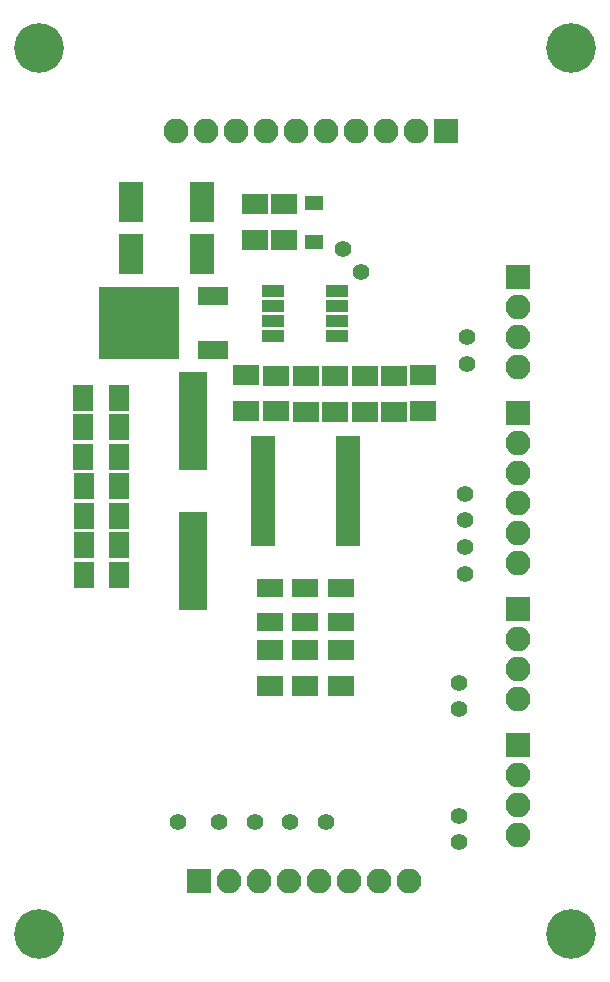
<source format=gbr>
G04 #@! TF.GenerationSoftware,KiCad,Pcbnew,(5.0.0)*
G04 #@! TF.CreationDate,2018-10-11T21:50:58+05:00*
G04 #@! TF.ProjectId,Dev Board,44657620426F6172642E6B696361645F,rev?*
G04 #@! TF.SameCoordinates,Original*
G04 #@! TF.FileFunction,Soldermask,Top*
G04 #@! TF.FilePolarity,Negative*
%FSLAX46Y46*%
G04 Gerber Fmt 4.6, Leading zero omitted, Abs format (unit mm)*
G04 Created by KiCad (PCBNEW (5.0.0)) date 10/11/18 21:50:58*
%MOMM*%
%LPD*%
G01*
G04 APERTURE LIST*
%ADD10C,4.200000*%
%ADD11R,1.795000X2.200000*%
%ADD12R,2.200000X1.795000*%
%ADD13R,2.000000X3.400000*%
%ADD14R,2.200000X1.620000*%
%ADD15R,2.100000X2.100000*%
%ADD16O,2.100000X2.100000*%
%ADD17C,1.400000*%
%ADD18R,1.950000X1.000000*%
%ADD19R,2.150000X0.850000*%
%ADD20R,2.600000X1.600000*%
%ADD21R,6.800000X6.200000*%
%ADD22R,2.400000X8.275000*%
%ADD23R,1.600000X1.300000*%
G04 APERTURE END LIST*
D10*
G04 #@! TO.C,*
X174500000Y-149900000D03*
G04 #@! TD*
G04 #@! TO.C,*
X174500000Y-74900000D03*
G04 #@! TD*
G04 #@! TO.C,*
X129500000Y-74900000D03*
G04 #@! TD*
G04 #@! TO.C,*
X129500000Y-149900000D03*
G04 #@! TD*
D11*
G04 #@! TO.C,C1*
X136285000Y-114500000D03*
X133250000Y-114500000D03*
G04 #@! TD*
D12*
G04 #@! TO.C,C2*
X149550000Y-105667500D03*
X149550000Y-102632500D03*
G04 #@! TD*
D11*
G04 #@! TO.C,C3*
X133250000Y-119500000D03*
X136285000Y-119500000D03*
G04 #@! TD*
G04 #@! TO.C,C4*
X136285000Y-117000000D03*
X133250000Y-117000000D03*
G04 #@! TD*
D12*
G04 #@! TO.C,C5*
X157050000Y-105685000D03*
X157050000Y-102650000D03*
G04 #@! TD*
G04 #@! TO.C,C6*
X159550000Y-105685000D03*
X159550000Y-102650000D03*
G04 #@! TD*
D11*
G04 #@! TO.C,C7*
X133232500Y-104500000D03*
X136267500Y-104500000D03*
G04 #@! TD*
G04 #@! TO.C,C8*
X133215000Y-107000000D03*
X136250000Y-107000000D03*
G04 #@! TD*
D12*
G04 #@! TO.C,C9*
X150250000Y-88150000D03*
X150250000Y-91185000D03*
G04 #@! TD*
D13*
G04 #@! TO.C,C10*
X137250000Y-87950000D03*
X137250000Y-92350000D03*
G04 #@! TD*
D12*
G04 #@! TO.C,C11*
X147750000Y-91167500D03*
X147750000Y-88132500D03*
G04 #@! TD*
D13*
G04 #@! TO.C,C12*
X143250000Y-92350000D03*
X143250000Y-87950000D03*
G04 #@! TD*
D14*
G04 #@! TO.C,D1*
X149000000Y-123510000D03*
X149000000Y-120650000D03*
G04 #@! TD*
G04 #@! TO.C,D2*
X152000000Y-120650000D03*
X152000000Y-123510000D03*
G04 #@! TD*
G04 #@! TO.C,D3*
X155000000Y-123510000D03*
X155000000Y-120650000D03*
G04 #@! TD*
D15*
G04 #@! TO.C,J1*
X143050000Y-145400000D03*
D16*
X145590000Y-145400000D03*
X148130000Y-145400000D03*
X150670000Y-145400000D03*
X153210000Y-145400000D03*
X155750000Y-145400000D03*
X158290000Y-145400000D03*
X160830000Y-145400000D03*
G04 #@! TD*
G04 #@! TO.C,J2*
X170000000Y-130020000D03*
X170000000Y-127480000D03*
X170000000Y-124940000D03*
D15*
X170000000Y-122400000D03*
G04 #@! TD*
G04 #@! TO.C,J3*
X170000000Y-133900000D03*
D16*
X170000000Y-136440000D03*
X170000000Y-138980000D03*
X170000000Y-141520000D03*
G04 #@! TD*
D15*
G04 #@! TO.C,J4*
X170000000Y-105820000D03*
D16*
X170000000Y-108360000D03*
X170000000Y-110900000D03*
X170000000Y-113440000D03*
X170000000Y-115980000D03*
X170000000Y-118520000D03*
G04 #@! TD*
D15*
G04 #@! TO.C,J5*
X170000000Y-94320000D03*
D16*
X170000000Y-96860000D03*
X170000000Y-99400000D03*
X170000000Y-101940000D03*
G04 #@! TD*
D12*
G04 #@! TO.C,R1*
X162000000Y-102615000D03*
X162000000Y-105650000D03*
G04 #@! TD*
G04 #@! TO.C,R2*
X154550000Y-102650000D03*
X154550000Y-105685000D03*
G04 #@! TD*
G04 #@! TO.C,R3*
X152050000Y-105685000D03*
X152050000Y-102650000D03*
G04 #@! TD*
D11*
G04 #@! TO.C,R4*
X133232500Y-109500000D03*
X136267500Y-109500000D03*
G04 #@! TD*
D12*
G04 #@! TO.C,R5*
X149000000Y-125865000D03*
X149000000Y-128900000D03*
G04 #@! TD*
G04 #@! TO.C,R6*
X152000000Y-125900000D03*
X152000000Y-128935000D03*
G04 #@! TD*
G04 #@! TO.C,R7*
X155000000Y-128935000D03*
X155000000Y-125900000D03*
G04 #@! TD*
G04 #@! TO.C,R8*
X147000000Y-105650000D03*
X147000000Y-102615000D03*
G04 #@! TD*
D17*
G04 #@! TO.C,TP1*
X141250000Y-140400000D03*
G04 #@! TD*
G04 #@! TO.C,TP2*
X150750000Y-140400000D03*
G04 #@! TD*
G04 #@! TO.C,TP3*
X153750000Y-140400000D03*
G04 #@! TD*
G04 #@! TO.C,TP5*
X165750000Y-99400000D03*
G04 #@! TD*
G04 #@! TO.C,TP6*
X165750000Y-101650000D03*
G04 #@! TD*
G04 #@! TO.C,TP7*
X155250000Y-91900000D03*
G04 #@! TD*
G04 #@! TO.C,TP8*
X156750000Y-93900000D03*
G04 #@! TD*
G04 #@! TO.C,TP9*
X165000000Y-128650000D03*
G04 #@! TD*
G04 #@! TO.C,TP10*
X165000000Y-130900000D03*
G04 #@! TD*
G04 #@! TO.C,TP11*
X165000000Y-139900000D03*
G04 #@! TD*
G04 #@! TO.C,TP12*
X165000000Y-142150000D03*
G04 #@! TD*
G04 #@! TO.C,TP13*
X165500000Y-112650000D03*
G04 #@! TD*
G04 #@! TO.C,TP14*
X165500000Y-114900000D03*
G04 #@! TD*
G04 #@! TO.C,TP15*
X165500000Y-117150000D03*
G04 #@! TD*
G04 #@! TO.C,TP16*
X165500000Y-119400000D03*
G04 #@! TD*
G04 #@! TO.C,TP17*
X144750000Y-140400000D03*
G04 #@! TD*
G04 #@! TO.C,TP18*
X147750000Y-140400000D03*
G04 #@! TD*
D18*
G04 #@! TO.C,U1*
X149300000Y-95495000D03*
X149300000Y-96765000D03*
X149300000Y-98035000D03*
X149300000Y-99305000D03*
X154700000Y-99305000D03*
X154700000Y-98035000D03*
X154700000Y-96765000D03*
X154700000Y-95495000D03*
G04 #@! TD*
D19*
G04 #@! TO.C,U2*
X148400000Y-108175000D03*
X148400000Y-108825000D03*
X148400000Y-109475000D03*
X148400000Y-110125000D03*
X148400000Y-110775000D03*
X148400000Y-111425000D03*
X148400000Y-112075000D03*
X148400000Y-112725000D03*
X148400000Y-113375000D03*
X148400000Y-114025000D03*
X148400000Y-114675000D03*
X148400000Y-115325000D03*
X148400000Y-115975000D03*
X148400000Y-116625000D03*
X155600000Y-116625000D03*
X155600000Y-115975000D03*
X155600000Y-115325000D03*
X155600000Y-114675000D03*
X155600000Y-114025000D03*
X155600000Y-113375000D03*
X155600000Y-112725000D03*
X155600000Y-112075000D03*
X155600000Y-111425000D03*
X155600000Y-110775000D03*
X155600000Y-110125000D03*
X155600000Y-109475000D03*
X155600000Y-108825000D03*
X155600000Y-108175000D03*
G04 #@! TD*
D20*
G04 #@! TO.C,U3*
X144200000Y-100430000D03*
X144200000Y-95870000D03*
D21*
X137900000Y-98150000D03*
G04 #@! TD*
D22*
G04 #@! TO.C,Y1*
X142500000Y-106462500D03*
X142500000Y-118337500D03*
G04 #@! TD*
D11*
G04 #@! TO.C,C13*
X136285000Y-112000000D03*
X133250000Y-112000000D03*
G04 #@! TD*
D23*
G04 #@! TO.C,D4*
X152750000Y-91300000D03*
X152750000Y-88000000D03*
G04 #@! TD*
D15*
G04 #@! TO.C,J6*
X163910000Y-81900000D03*
D16*
X161370000Y-81900000D03*
X158830000Y-81900000D03*
X156290000Y-81900000D03*
X153750000Y-81900000D03*
X151210000Y-81900000D03*
X148670000Y-81900000D03*
X146130000Y-81900000D03*
X143590000Y-81900000D03*
X141050000Y-81900000D03*
G04 #@! TD*
M02*

</source>
